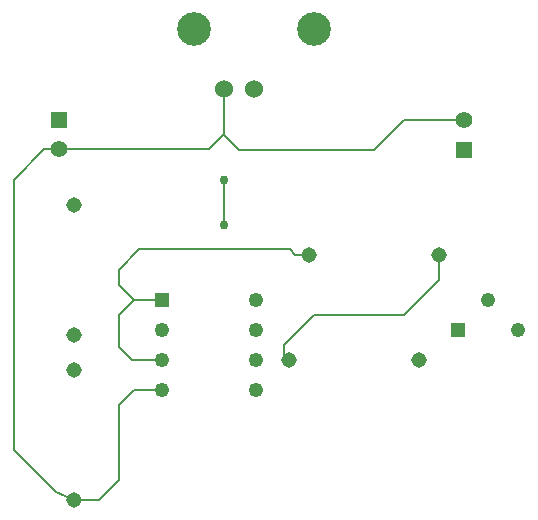
<source format=gbr>
G04 EAGLE Gerber RS-274X export*
G75*
%MOMM*%
%FSLAX34Y34*%
%LPD*%
%INBottom Copper*%
%IPPOS*%
%AMOC8*
5,1,8,0,0,1.08239X$1,22.5*%
G01*
G04 Define Apertures*
%ADD10R,1.248000X1.248000*%
%ADD11C,1.248000*%
%ADD12C,1.308000*%
%ADD13R,1.408000X1.408000*%
%ADD14C,1.408000*%
%ADD15C,1.222000*%
%ADD16R,1.222000X1.222000*%
%ADD17C,1.524000*%
%ADD18C,2.857500*%
%ADD19C,0.152400*%
%ADD20C,0.756400*%
D10*
X176200Y762000D03*
D11*
X176200Y736600D03*
X176200Y711200D03*
X176200Y685800D03*
X255600Y685800D03*
X255600Y711200D03*
X255600Y736600D03*
X255600Y762000D03*
D12*
X101600Y732400D03*
X101600Y842400D03*
X101600Y592700D03*
X101600Y702700D03*
X300600Y800100D03*
X410600Y800100D03*
D13*
X431800Y889000D03*
D14*
X431800Y914000D03*
D12*
X283568Y711200D03*
X393568Y711200D03*
D15*
X477785Y736564D03*
X452385Y761964D03*
D16*
X426985Y736564D03*
D13*
X88900Y914400D03*
D14*
X88900Y889400D03*
D17*
X254460Y940653D03*
X229060Y940653D03*
D18*
X203660Y991453D03*
X305260Y991453D03*
D19*
X176200Y711200D02*
X150800Y711200D01*
X139700Y722300D01*
X139700Y749300D01*
X152400Y762000D01*
X176200Y762000D01*
X139700Y774700D02*
X139700Y787400D01*
X139700Y774700D02*
X152400Y762000D01*
X284386Y804826D02*
X289112Y800100D01*
X284386Y804826D02*
X157126Y804826D01*
X139700Y787400D01*
X289112Y800100D02*
X300600Y800100D01*
X304800Y749300D02*
X381000Y749300D01*
X410600Y778900D02*
X410600Y800100D01*
X410600Y778900D02*
X381000Y749300D01*
X283568Y711200D02*
X279400Y715368D01*
X279400Y723900D01*
X304800Y749300D01*
X255600Y762000D02*
X255600Y763600D01*
X139700Y609600D02*
X122800Y592700D01*
X101600Y592700D01*
X152400Y685800D02*
X176200Y685800D01*
X152400Y685800D02*
X139700Y673100D01*
X139700Y609600D01*
X86324Y599476D02*
X50800Y635000D01*
X86324Y599476D02*
X101600Y592700D01*
X50800Y635000D02*
X50800Y863600D01*
X76600Y889400D01*
X88900Y889400D01*
X89300Y889000D01*
X88900Y889400D02*
X216300Y889400D01*
X431400Y914400D02*
X431800Y914000D01*
X229060Y902160D02*
X216300Y889400D01*
X229060Y901240D02*
X241300Y889000D01*
X229060Y901240D02*
X229060Y902160D01*
X229060Y940653D01*
X381400Y914000D02*
X431800Y914000D01*
X381400Y914000D02*
X381000Y914400D01*
X355600Y889000D01*
X241300Y889000D01*
D20*
X228600Y825500D03*
D19*
X228600Y863600D01*
D20*
X228600Y863600D03*
M02*

</source>
